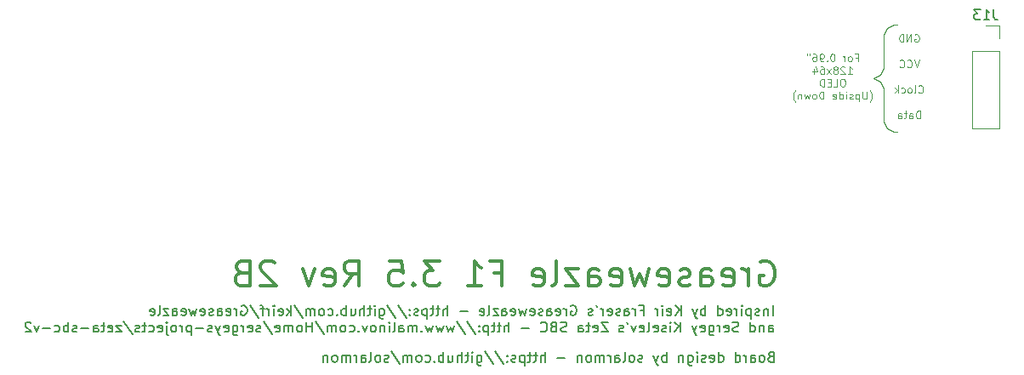
<source format=gbr>
G04 #@! TF.GenerationSoftware,KiCad,Pcbnew,(5.1.9)-1*
G04 #@! TF.CreationDate,2021-03-28T09:00:11+01:00*
G04 #@! TF.ProjectId,Greaseweazle F1 3.5 Inch Rev 2B,47726561-7365-4776-9561-7a6c65204631,2B*
G04 #@! TF.SameCoordinates,PX6312cb0PY6bcb370*
G04 #@! TF.FileFunction,Legend,Bot*
G04 #@! TF.FilePolarity,Positive*
%FSLAX46Y46*%
G04 Gerber Fmt 4.6, Leading zero omitted, Abs format (unit mm)*
G04 Created by KiCad (PCBNEW (5.1.9)-1) date 2021-03-28 09:00:11*
%MOMM*%
%LPD*%
G01*
G04 APERTURE LIST*
%ADD10C,0.125000*%
%ADD11C,0.304800*%
%ADD12C,0.150000*%
%ADD13C,0.120000*%
G04 APERTURE END LIST*
D10*
X102425428Y16885000D02*
X102496857Y16920715D01*
X102604000Y16920715D01*
X102711142Y16885000D01*
X102782571Y16813572D01*
X102818285Y16742143D01*
X102854000Y16599286D01*
X102854000Y16492143D01*
X102818285Y16349286D01*
X102782571Y16277858D01*
X102711142Y16206429D01*
X102604000Y16170715D01*
X102532571Y16170715D01*
X102425428Y16206429D01*
X102389714Y16242143D01*
X102389714Y16492143D01*
X102532571Y16492143D01*
X102068285Y16170715D02*
X102068285Y16920715D01*
X101639714Y16170715D01*
X101639714Y16920715D01*
X101282571Y16170715D02*
X101282571Y16920715D01*
X101104000Y16920715D01*
X100996857Y16885000D01*
X100925428Y16813572D01*
X100889714Y16742143D01*
X100854000Y16599286D01*
X100854000Y16492143D01*
X100889714Y16349286D01*
X100925428Y16277858D01*
X100996857Y16206429D01*
X101104000Y16170715D01*
X101282571Y16170715D01*
X102782571Y11162143D02*
X102818285Y11126429D01*
X102925428Y11090715D01*
X102996857Y11090715D01*
X103104000Y11126429D01*
X103175428Y11197858D01*
X103211142Y11269286D01*
X103246857Y11412143D01*
X103246857Y11519286D01*
X103211142Y11662143D01*
X103175428Y11733572D01*
X103104000Y11805000D01*
X102996857Y11840715D01*
X102925428Y11840715D01*
X102818285Y11805000D01*
X102782571Y11769286D01*
X102354000Y11090715D02*
X102425428Y11126429D01*
X102461142Y11197858D01*
X102461142Y11840715D01*
X101961142Y11090715D02*
X102032571Y11126429D01*
X102068285Y11162143D01*
X102104000Y11233572D01*
X102104000Y11447858D01*
X102068285Y11519286D01*
X102032571Y11555000D01*
X101961142Y11590715D01*
X101854000Y11590715D01*
X101782571Y11555000D01*
X101746857Y11519286D01*
X101711142Y11447858D01*
X101711142Y11233572D01*
X101746857Y11162143D01*
X101782571Y11126429D01*
X101854000Y11090715D01*
X101961142Y11090715D01*
X101068285Y11126429D02*
X101139714Y11090715D01*
X101282571Y11090715D01*
X101354000Y11126429D01*
X101389714Y11162143D01*
X101425428Y11233572D01*
X101425428Y11447858D01*
X101389714Y11519286D01*
X101354000Y11555000D01*
X101282571Y11590715D01*
X101139714Y11590715D01*
X101068285Y11555000D01*
X100746857Y11090715D02*
X100746857Y11840715D01*
X100675428Y11376429D02*
X100461142Y11090715D01*
X100461142Y11590715D02*
X100746857Y11305000D01*
X102943285Y8550715D02*
X102943285Y9300715D01*
X102764714Y9300715D01*
X102657571Y9265000D01*
X102586142Y9193572D01*
X102550428Y9122143D01*
X102514714Y8979286D01*
X102514714Y8872143D01*
X102550428Y8729286D01*
X102586142Y8657858D01*
X102657571Y8586429D01*
X102764714Y8550715D01*
X102943285Y8550715D01*
X101871857Y8550715D02*
X101871857Y8943572D01*
X101907571Y9015000D01*
X101979000Y9050715D01*
X102121857Y9050715D01*
X102193285Y9015000D01*
X101871857Y8586429D02*
X101943285Y8550715D01*
X102121857Y8550715D01*
X102193285Y8586429D01*
X102229000Y8657858D01*
X102229000Y8729286D01*
X102193285Y8800715D01*
X102121857Y8836429D01*
X101943285Y8836429D01*
X101871857Y8872143D01*
X101621857Y9050715D02*
X101336142Y9050715D01*
X101514714Y9300715D02*
X101514714Y8657858D01*
X101479000Y8586429D01*
X101407571Y8550715D01*
X101336142Y8550715D01*
X100764714Y8550715D02*
X100764714Y8943572D01*
X100800428Y9015000D01*
X100871857Y9050715D01*
X101014714Y9050715D01*
X101086142Y9015000D01*
X100764714Y8586429D02*
X100836142Y8550715D01*
X101014714Y8550715D01*
X101086142Y8586429D01*
X101121857Y8657858D01*
X101121857Y8729286D01*
X101086142Y8800715D01*
X101014714Y8836429D01*
X100836142Y8836429D01*
X100764714Y8872143D01*
X102854000Y14380715D02*
X102604000Y13630715D01*
X102354000Y14380715D01*
X101675428Y13702143D02*
X101711142Y13666429D01*
X101818285Y13630715D01*
X101889714Y13630715D01*
X101996857Y13666429D01*
X102068285Y13737858D01*
X102104000Y13809286D01*
X102139714Y13952143D01*
X102139714Y14059286D01*
X102104000Y14202143D01*
X102068285Y14273572D01*
X101996857Y14345000D01*
X101889714Y14380715D01*
X101818285Y14380715D01*
X101711142Y14345000D01*
X101675428Y14309286D01*
X100925428Y13702143D02*
X100961142Y13666429D01*
X101068285Y13630715D01*
X101139714Y13630715D01*
X101246857Y13666429D01*
X101318285Y13737858D01*
X101354000Y13809286D01*
X101389714Y13952143D01*
X101389714Y14059286D01*
X101354000Y14202143D01*
X101318285Y14273572D01*
X101246857Y14345000D01*
X101139714Y14380715D01*
X101068285Y14380715D01*
X100961142Y14345000D01*
X100925428Y14309286D01*
X96519714Y14628572D02*
X96769714Y14628572D01*
X96769714Y14235715D02*
X96769714Y14985715D01*
X96412571Y14985715D01*
X96019714Y14235715D02*
X96091142Y14271429D01*
X96126857Y14307143D01*
X96162571Y14378572D01*
X96162571Y14592858D01*
X96126857Y14664286D01*
X96091142Y14700000D01*
X96019714Y14735715D01*
X95912571Y14735715D01*
X95841142Y14700000D01*
X95805428Y14664286D01*
X95769714Y14592858D01*
X95769714Y14378572D01*
X95805428Y14307143D01*
X95841142Y14271429D01*
X95912571Y14235715D01*
X96019714Y14235715D01*
X95448285Y14235715D02*
X95448285Y14735715D01*
X95448285Y14592858D02*
X95412571Y14664286D01*
X95376857Y14700000D01*
X95305428Y14735715D01*
X95234000Y14735715D01*
X94269714Y14985715D02*
X94198285Y14985715D01*
X94126857Y14950000D01*
X94091142Y14914286D01*
X94055428Y14842858D01*
X94019714Y14700000D01*
X94019714Y14521429D01*
X94055428Y14378572D01*
X94091142Y14307143D01*
X94126857Y14271429D01*
X94198285Y14235715D01*
X94269714Y14235715D01*
X94341142Y14271429D01*
X94376857Y14307143D01*
X94412571Y14378572D01*
X94448285Y14521429D01*
X94448285Y14700000D01*
X94412571Y14842858D01*
X94376857Y14914286D01*
X94341142Y14950000D01*
X94269714Y14985715D01*
X93698285Y14307143D02*
X93662571Y14271429D01*
X93698285Y14235715D01*
X93734000Y14271429D01*
X93698285Y14307143D01*
X93698285Y14235715D01*
X93305428Y14235715D02*
X93162571Y14235715D01*
X93091142Y14271429D01*
X93055428Y14307143D01*
X92984000Y14414286D01*
X92948285Y14557143D01*
X92948285Y14842858D01*
X92984000Y14914286D01*
X93019714Y14950000D01*
X93091142Y14985715D01*
X93234000Y14985715D01*
X93305428Y14950000D01*
X93341142Y14914286D01*
X93376857Y14842858D01*
X93376857Y14664286D01*
X93341142Y14592858D01*
X93305428Y14557143D01*
X93234000Y14521429D01*
X93091142Y14521429D01*
X93019714Y14557143D01*
X92984000Y14592858D01*
X92948285Y14664286D01*
X92305428Y14985715D02*
X92448285Y14985715D01*
X92519714Y14950000D01*
X92555428Y14914286D01*
X92626857Y14807143D01*
X92662571Y14664286D01*
X92662571Y14378572D01*
X92626857Y14307143D01*
X92591142Y14271429D01*
X92519714Y14235715D01*
X92376857Y14235715D01*
X92305428Y14271429D01*
X92269714Y14307143D01*
X92234000Y14378572D01*
X92234000Y14557143D01*
X92269714Y14628572D01*
X92305428Y14664286D01*
X92376857Y14700000D01*
X92519714Y14700000D01*
X92591142Y14664286D01*
X92626857Y14628572D01*
X92662571Y14557143D01*
X91948285Y14985715D02*
X91948285Y14842858D01*
X91662571Y14985715D02*
X91662571Y14842858D01*
X95751857Y12985715D02*
X96180428Y12985715D01*
X95966142Y12985715D02*
X95966142Y13735715D01*
X96037571Y13628572D01*
X96109000Y13557143D01*
X96180428Y13521429D01*
X95466142Y13664286D02*
X95430428Y13700000D01*
X95359000Y13735715D01*
X95180428Y13735715D01*
X95109000Y13700000D01*
X95073285Y13664286D01*
X95037571Y13592858D01*
X95037571Y13521429D01*
X95073285Y13414286D01*
X95501857Y12985715D01*
X95037571Y12985715D01*
X94609000Y13414286D02*
X94680428Y13450000D01*
X94716142Y13485715D01*
X94751857Y13557143D01*
X94751857Y13592858D01*
X94716142Y13664286D01*
X94680428Y13700000D01*
X94609000Y13735715D01*
X94466142Y13735715D01*
X94394714Y13700000D01*
X94359000Y13664286D01*
X94323285Y13592858D01*
X94323285Y13557143D01*
X94359000Y13485715D01*
X94394714Y13450000D01*
X94466142Y13414286D01*
X94609000Y13414286D01*
X94680428Y13378572D01*
X94716142Y13342858D01*
X94751857Y13271429D01*
X94751857Y13128572D01*
X94716142Y13057143D01*
X94680428Y13021429D01*
X94609000Y12985715D01*
X94466142Y12985715D01*
X94394714Y13021429D01*
X94359000Y13057143D01*
X94323285Y13128572D01*
X94323285Y13271429D01*
X94359000Y13342858D01*
X94394714Y13378572D01*
X94466142Y13414286D01*
X94073285Y12985715D02*
X93680428Y13485715D01*
X94073285Y13485715D02*
X93680428Y12985715D01*
X93073285Y13735715D02*
X93216142Y13735715D01*
X93287571Y13700000D01*
X93323285Y13664286D01*
X93394714Y13557143D01*
X93430428Y13414286D01*
X93430428Y13128572D01*
X93394714Y13057143D01*
X93359000Y13021429D01*
X93287571Y12985715D01*
X93144714Y12985715D01*
X93073285Y13021429D01*
X93037571Y13057143D01*
X93001857Y13128572D01*
X93001857Y13307143D01*
X93037571Y13378572D01*
X93073285Y13414286D01*
X93144714Y13450000D01*
X93287571Y13450000D01*
X93359000Y13414286D01*
X93394714Y13378572D01*
X93430428Y13307143D01*
X92359000Y13485715D02*
X92359000Y12985715D01*
X92537571Y13771429D02*
X92716142Y13235715D01*
X92251857Y13235715D01*
X95323285Y12485715D02*
X95180428Y12485715D01*
X95109000Y12450000D01*
X95037571Y12378572D01*
X95001857Y12235715D01*
X95001857Y11985715D01*
X95037571Y11842858D01*
X95109000Y11771429D01*
X95180428Y11735715D01*
X95323285Y11735715D01*
X95394714Y11771429D01*
X95466142Y11842858D01*
X95501857Y11985715D01*
X95501857Y12235715D01*
X95466142Y12378572D01*
X95394714Y12450000D01*
X95323285Y12485715D01*
X94323285Y11735715D02*
X94680428Y11735715D01*
X94680428Y12485715D01*
X94073285Y12128572D02*
X93823285Y12128572D01*
X93716142Y11735715D02*
X94073285Y11735715D01*
X94073285Y12485715D01*
X93716142Y12485715D01*
X93394714Y11735715D02*
X93394714Y12485715D01*
X93216142Y12485715D01*
X93109000Y12450000D01*
X93037571Y12378572D01*
X93001857Y12307143D01*
X92966142Y12164286D01*
X92966142Y12057143D01*
X93001857Y11914286D01*
X93037571Y11842858D01*
X93109000Y11771429D01*
X93216142Y11735715D01*
X93394714Y11735715D01*
X97948285Y10200000D02*
X97984000Y10235715D01*
X98055428Y10342858D01*
X98091142Y10414286D01*
X98126857Y10521429D01*
X98162571Y10700000D01*
X98162571Y10842858D01*
X98126857Y11021429D01*
X98091142Y11128572D01*
X98055428Y11200000D01*
X97984000Y11307143D01*
X97948285Y11342858D01*
X97662571Y11235715D02*
X97662571Y10628572D01*
X97626857Y10557143D01*
X97591142Y10521429D01*
X97519714Y10485715D01*
X97376857Y10485715D01*
X97305428Y10521429D01*
X97269714Y10557143D01*
X97234000Y10628572D01*
X97234000Y11235715D01*
X96876857Y10985715D02*
X96876857Y10235715D01*
X96876857Y10950000D02*
X96805428Y10985715D01*
X96662571Y10985715D01*
X96591142Y10950000D01*
X96555428Y10914286D01*
X96519714Y10842858D01*
X96519714Y10628572D01*
X96555428Y10557143D01*
X96591142Y10521429D01*
X96662571Y10485715D01*
X96805428Y10485715D01*
X96876857Y10521429D01*
X96234000Y10521429D02*
X96162571Y10485715D01*
X96019714Y10485715D01*
X95948285Y10521429D01*
X95912571Y10592858D01*
X95912571Y10628572D01*
X95948285Y10700000D01*
X96019714Y10735715D01*
X96126857Y10735715D01*
X96198285Y10771429D01*
X96234000Y10842858D01*
X96234000Y10878572D01*
X96198285Y10950000D01*
X96126857Y10985715D01*
X96019714Y10985715D01*
X95948285Y10950000D01*
X95591142Y10485715D02*
X95591142Y10985715D01*
X95591142Y11235715D02*
X95626857Y11200000D01*
X95591142Y11164286D01*
X95555428Y11200000D01*
X95591142Y11235715D01*
X95591142Y11164286D01*
X94912571Y10485715D02*
X94912571Y11235715D01*
X94912571Y10521429D02*
X94984000Y10485715D01*
X95126857Y10485715D01*
X95198285Y10521429D01*
X95234000Y10557143D01*
X95269714Y10628572D01*
X95269714Y10842858D01*
X95234000Y10914286D01*
X95198285Y10950000D01*
X95126857Y10985715D01*
X94984000Y10985715D01*
X94912571Y10950000D01*
X94269714Y10521429D02*
X94341142Y10485715D01*
X94484000Y10485715D01*
X94555428Y10521429D01*
X94591142Y10592858D01*
X94591142Y10878572D01*
X94555428Y10950000D01*
X94484000Y10985715D01*
X94341142Y10985715D01*
X94269714Y10950000D01*
X94234000Y10878572D01*
X94234000Y10807143D01*
X94591142Y10735715D01*
X93341142Y10485715D02*
X93341142Y11235715D01*
X93162571Y11235715D01*
X93055428Y11200000D01*
X92984000Y11128572D01*
X92948285Y11057143D01*
X92912571Y10914286D01*
X92912571Y10807143D01*
X92948285Y10664286D01*
X92984000Y10592858D01*
X93055428Y10521429D01*
X93162571Y10485715D01*
X93341142Y10485715D01*
X92484000Y10485715D02*
X92555428Y10521429D01*
X92591142Y10557143D01*
X92626857Y10628572D01*
X92626857Y10842858D01*
X92591142Y10914286D01*
X92555428Y10950000D01*
X92484000Y10985715D01*
X92376857Y10985715D01*
X92305428Y10950000D01*
X92269714Y10914286D01*
X92234000Y10842858D01*
X92234000Y10628572D01*
X92269714Y10557143D01*
X92305428Y10521429D01*
X92376857Y10485715D01*
X92484000Y10485715D01*
X91984000Y10985715D02*
X91841142Y10485715D01*
X91698285Y10842858D01*
X91555428Y10485715D01*
X91412571Y10985715D01*
X91126857Y10985715D02*
X91126857Y10485715D01*
X91126857Y10914286D02*
X91091142Y10950000D01*
X91019714Y10985715D01*
X90912571Y10985715D01*
X90841142Y10950000D01*
X90805428Y10878572D01*
X90805428Y10485715D01*
X90519714Y10200000D02*
X90484000Y10235715D01*
X90412571Y10342858D01*
X90376857Y10414286D01*
X90341142Y10521429D01*
X90305428Y10700000D01*
X90305428Y10842858D01*
X90341142Y11021429D01*
X90376857Y11128572D01*
X90412571Y11200000D01*
X90484000Y11307143D01*
X90519714Y11342858D01*
X100647333Y17898334D02*
X100314000Y17898334D01*
X99647333Y17565000D01*
X99314000Y16898334D01*
X99314000Y13565000D01*
X98980666Y12898334D01*
X98314000Y12565000D01*
X98980666Y12231667D01*
X99314000Y11565000D01*
X99314000Y8231667D01*
X99647333Y7565000D01*
X100314000Y7231667D01*
X100647333Y7231667D01*
D11*
X87051118Y-5735000D02*
X87289213Y-5615952D01*
X87646356Y-5615952D01*
X88003499Y-5735000D01*
X88241594Y-5973095D01*
X88360641Y-6211190D01*
X88479689Y-6687380D01*
X88479689Y-7044523D01*
X88360641Y-7520714D01*
X88241594Y-7758809D01*
X88003499Y-7996904D01*
X87646356Y-8115952D01*
X87408260Y-8115952D01*
X87051118Y-7996904D01*
X86932070Y-7877857D01*
X86932070Y-7044523D01*
X87408260Y-7044523D01*
X85860641Y-8115952D02*
X85860641Y-6449285D01*
X85860641Y-6925476D02*
X85741594Y-6687380D01*
X85622546Y-6568333D01*
X85384451Y-6449285D01*
X85146356Y-6449285D01*
X83360641Y-7996904D02*
X83598737Y-8115952D01*
X84074927Y-8115952D01*
X84313022Y-7996904D01*
X84432070Y-7758809D01*
X84432070Y-6806428D01*
X84313022Y-6568333D01*
X84074927Y-6449285D01*
X83598737Y-6449285D01*
X83360641Y-6568333D01*
X83241594Y-6806428D01*
X83241594Y-7044523D01*
X84432070Y-7282619D01*
X81098737Y-8115952D02*
X81098737Y-6806428D01*
X81217784Y-6568333D01*
X81455880Y-6449285D01*
X81932070Y-6449285D01*
X82170165Y-6568333D01*
X81098737Y-7996904D02*
X81336832Y-8115952D01*
X81932070Y-8115952D01*
X82170165Y-7996904D01*
X82289213Y-7758809D01*
X82289213Y-7520714D01*
X82170165Y-7282619D01*
X81932070Y-7163571D01*
X81336832Y-7163571D01*
X81098737Y-7044523D01*
X80027308Y-7996904D02*
X79789213Y-8115952D01*
X79313022Y-8115952D01*
X79074927Y-7996904D01*
X78955880Y-7758809D01*
X78955880Y-7639761D01*
X79074927Y-7401666D01*
X79313022Y-7282619D01*
X79670165Y-7282619D01*
X79908260Y-7163571D01*
X80027308Y-6925476D01*
X80027308Y-6806428D01*
X79908260Y-6568333D01*
X79670165Y-6449285D01*
X79313022Y-6449285D01*
X79074927Y-6568333D01*
X76932070Y-7996904D02*
X77170165Y-8115952D01*
X77646356Y-8115952D01*
X77884451Y-7996904D01*
X78003499Y-7758809D01*
X78003499Y-6806428D01*
X77884451Y-6568333D01*
X77646356Y-6449285D01*
X77170165Y-6449285D01*
X76932070Y-6568333D01*
X76813022Y-6806428D01*
X76813022Y-7044523D01*
X78003499Y-7282619D01*
X75979689Y-6449285D02*
X75503499Y-8115952D01*
X75027308Y-6925476D01*
X74551118Y-8115952D01*
X74074927Y-6449285D01*
X72170165Y-7996904D02*
X72408260Y-8115952D01*
X72884451Y-8115952D01*
X73122546Y-7996904D01*
X73241594Y-7758809D01*
X73241594Y-6806428D01*
X73122546Y-6568333D01*
X72884451Y-6449285D01*
X72408260Y-6449285D01*
X72170165Y-6568333D01*
X72051118Y-6806428D01*
X72051118Y-7044523D01*
X73241594Y-7282619D01*
X69908260Y-8115952D02*
X69908260Y-6806428D01*
X70027308Y-6568333D01*
X70265403Y-6449285D01*
X70741594Y-6449285D01*
X70979689Y-6568333D01*
X69908260Y-7996904D02*
X70146356Y-8115952D01*
X70741594Y-8115952D01*
X70979689Y-7996904D01*
X71098737Y-7758809D01*
X71098737Y-7520714D01*
X70979689Y-7282619D01*
X70741594Y-7163571D01*
X70146356Y-7163571D01*
X69908260Y-7044523D01*
X68955880Y-6449285D02*
X67646356Y-6449285D01*
X68955880Y-8115952D01*
X67646356Y-8115952D01*
X66336832Y-8115952D02*
X66574927Y-7996904D01*
X66693975Y-7758809D01*
X66693975Y-5615952D01*
X64432070Y-7996904D02*
X64670165Y-8115952D01*
X65146356Y-8115952D01*
X65384451Y-7996904D01*
X65503499Y-7758809D01*
X65503499Y-6806428D01*
X65384451Y-6568333D01*
X65146356Y-6449285D01*
X64670165Y-6449285D01*
X64432070Y-6568333D01*
X64313022Y-6806428D01*
X64313022Y-7044523D01*
X65503499Y-7282619D01*
X60503499Y-6806428D02*
X61336832Y-6806428D01*
X61336832Y-8115952D02*
X61336832Y-5615952D01*
X60146356Y-5615952D01*
X57884451Y-8115952D02*
X59313022Y-8115952D01*
X58598737Y-8115952D02*
X58598737Y-5615952D01*
X58836832Y-5973095D01*
X59074927Y-6211190D01*
X59313022Y-6330238D01*
X55146356Y-5615952D02*
X53598737Y-5615952D01*
X54432070Y-6568333D01*
X54074927Y-6568333D01*
X53836832Y-6687380D01*
X53717784Y-6806428D01*
X53598737Y-7044523D01*
X53598737Y-7639761D01*
X53717784Y-7877857D01*
X53836832Y-7996904D01*
X54074927Y-8115952D01*
X54789213Y-8115952D01*
X55027308Y-7996904D01*
X55146356Y-7877857D01*
X52527308Y-7877857D02*
X52408260Y-7996904D01*
X52527308Y-8115952D01*
X52646356Y-7996904D01*
X52527308Y-7877857D01*
X52527308Y-8115952D01*
X50146356Y-5615952D02*
X51336832Y-5615952D01*
X51455880Y-6806428D01*
X51336832Y-6687380D01*
X51098737Y-6568333D01*
X50503499Y-6568333D01*
X50265403Y-6687380D01*
X50146356Y-6806428D01*
X50027308Y-7044523D01*
X50027308Y-7639761D01*
X50146356Y-7877857D01*
X50265403Y-7996904D01*
X50503499Y-8115952D01*
X51098737Y-8115952D01*
X51336832Y-7996904D01*
X51455880Y-7877857D01*
X45622546Y-8115952D02*
X46455880Y-6925476D01*
X47051118Y-8115952D02*
X47051118Y-5615952D01*
X46098737Y-5615952D01*
X45860641Y-5735000D01*
X45741594Y-5854047D01*
X45622546Y-6092142D01*
X45622546Y-6449285D01*
X45741594Y-6687380D01*
X45860641Y-6806428D01*
X46098737Y-6925476D01*
X47051118Y-6925476D01*
X43598737Y-7996904D02*
X43836832Y-8115952D01*
X44313022Y-8115952D01*
X44551118Y-7996904D01*
X44670165Y-7758809D01*
X44670165Y-6806428D01*
X44551118Y-6568333D01*
X44313022Y-6449285D01*
X43836832Y-6449285D01*
X43598737Y-6568333D01*
X43479689Y-6806428D01*
X43479689Y-7044523D01*
X44670165Y-7282619D01*
X42646356Y-6449285D02*
X42051118Y-8115952D01*
X41455880Y-6449285D01*
X38717784Y-5854047D02*
X38598737Y-5735000D01*
X38360641Y-5615952D01*
X37765403Y-5615952D01*
X37527308Y-5735000D01*
X37408260Y-5854047D01*
X37289213Y-6092142D01*
X37289213Y-6330238D01*
X37408260Y-6687380D01*
X38836832Y-8115952D01*
X37289213Y-8115952D01*
X35384451Y-6806428D02*
X35027308Y-6925476D01*
X34908260Y-7044523D01*
X34789213Y-7282619D01*
X34789213Y-7639761D01*
X34908260Y-7877857D01*
X35027308Y-7996904D01*
X35265403Y-8115952D01*
X36217784Y-8115952D01*
X36217784Y-5615952D01*
X35384451Y-5615952D01*
X35146356Y-5735000D01*
X35027308Y-5854047D01*
X34908260Y-6092142D01*
X34908260Y-6330238D01*
X35027308Y-6568333D01*
X35146356Y-6687380D01*
X35384451Y-6806428D01*
X36217784Y-6806428D01*
D12*
X88285004Y-11057380D02*
X88285004Y-10057380D01*
X87808814Y-10390714D02*
X87808814Y-11057380D01*
X87808814Y-10485952D02*
X87761195Y-10438333D01*
X87665957Y-10390714D01*
X87523100Y-10390714D01*
X87427861Y-10438333D01*
X87380242Y-10533571D01*
X87380242Y-11057380D01*
X86951671Y-11009761D02*
X86856433Y-11057380D01*
X86665957Y-11057380D01*
X86570719Y-11009761D01*
X86523100Y-10914523D01*
X86523100Y-10866904D01*
X86570719Y-10771666D01*
X86665957Y-10724047D01*
X86808814Y-10724047D01*
X86904052Y-10676428D01*
X86951671Y-10581190D01*
X86951671Y-10533571D01*
X86904052Y-10438333D01*
X86808814Y-10390714D01*
X86665957Y-10390714D01*
X86570719Y-10438333D01*
X86094528Y-10390714D02*
X86094528Y-11390714D01*
X86094528Y-10438333D02*
X85999290Y-10390714D01*
X85808814Y-10390714D01*
X85713576Y-10438333D01*
X85665957Y-10485952D01*
X85618338Y-10581190D01*
X85618338Y-10866904D01*
X85665957Y-10962142D01*
X85713576Y-11009761D01*
X85808814Y-11057380D01*
X85999290Y-11057380D01*
X86094528Y-11009761D01*
X85189766Y-11057380D02*
X85189766Y-10390714D01*
X85189766Y-10057380D02*
X85237385Y-10105000D01*
X85189766Y-10152619D01*
X85142147Y-10105000D01*
X85189766Y-10057380D01*
X85189766Y-10152619D01*
X84713576Y-11057380D02*
X84713576Y-10390714D01*
X84713576Y-10581190D02*
X84665957Y-10485952D01*
X84618338Y-10438333D01*
X84523100Y-10390714D01*
X84427861Y-10390714D01*
X83713576Y-11009761D02*
X83808814Y-11057380D01*
X83999290Y-11057380D01*
X84094528Y-11009761D01*
X84142147Y-10914523D01*
X84142147Y-10533571D01*
X84094528Y-10438333D01*
X83999290Y-10390714D01*
X83808814Y-10390714D01*
X83713576Y-10438333D01*
X83665957Y-10533571D01*
X83665957Y-10628809D01*
X84142147Y-10724047D01*
X82808814Y-11057380D02*
X82808814Y-10057380D01*
X82808814Y-11009761D02*
X82904052Y-11057380D01*
X83094528Y-11057380D01*
X83189766Y-11009761D01*
X83237385Y-10962142D01*
X83285004Y-10866904D01*
X83285004Y-10581190D01*
X83237385Y-10485952D01*
X83189766Y-10438333D01*
X83094528Y-10390714D01*
X82904052Y-10390714D01*
X82808814Y-10438333D01*
X81570719Y-11057380D02*
X81570719Y-10057380D01*
X81570719Y-10438333D02*
X81475480Y-10390714D01*
X81285004Y-10390714D01*
X81189766Y-10438333D01*
X81142147Y-10485952D01*
X81094528Y-10581190D01*
X81094528Y-10866904D01*
X81142147Y-10962142D01*
X81189766Y-11009761D01*
X81285004Y-11057380D01*
X81475480Y-11057380D01*
X81570719Y-11009761D01*
X80761195Y-10390714D02*
X80523100Y-11057380D01*
X80285004Y-10390714D02*
X80523100Y-11057380D01*
X80618338Y-11295476D01*
X80665957Y-11343095D01*
X80761195Y-11390714D01*
X79142147Y-11057380D02*
X79142147Y-10057380D01*
X78570719Y-11057380D02*
X78999290Y-10485952D01*
X78570719Y-10057380D02*
X79142147Y-10628809D01*
X77761195Y-11009761D02*
X77856433Y-11057380D01*
X78046909Y-11057380D01*
X78142147Y-11009761D01*
X78189766Y-10914523D01*
X78189766Y-10533571D01*
X78142147Y-10438333D01*
X78046909Y-10390714D01*
X77856433Y-10390714D01*
X77761195Y-10438333D01*
X77713576Y-10533571D01*
X77713576Y-10628809D01*
X78189766Y-10724047D01*
X77285004Y-11057380D02*
X77285004Y-10390714D01*
X77285004Y-10057380D02*
X77332623Y-10105000D01*
X77285004Y-10152619D01*
X77237385Y-10105000D01*
X77285004Y-10057380D01*
X77285004Y-10152619D01*
X76808814Y-11057380D02*
X76808814Y-10390714D01*
X76808814Y-10581190D02*
X76761195Y-10485952D01*
X76713576Y-10438333D01*
X76618338Y-10390714D01*
X76523100Y-10390714D01*
X75094528Y-10533571D02*
X75427861Y-10533571D01*
X75427861Y-11057380D02*
X75427861Y-10057380D01*
X74951671Y-10057380D01*
X74570719Y-11057380D02*
X74570719Y-10390714D01*
X74570719Y-10581190D02*
X74523100Y-10485952D01*
X74475480Y-10438333D01*
X74380242Y-10390714D01*
X74285004Y-10390714D01*
X73523100Y-11057380D02*
X73523100Y-10533571D01*
X73570719Y-10438333D01*
X73665957Y-10390714D01*
X73856433Y-10390714D01*
X73951671Y-10438333D01*
X73523100Y-11009761D02*
X73618338Y-11057380D01*
X73856433Y-11057380D01*
X73951671Y-11009761D01*
X73999290Y-10914523D01*
X73999290Y-10819285D01*
X73951671Y-10724047D01*
X73856433Y-10676428D01*
X73618338Y-10676428D01*
X73523100Y-10628809D01*
X73094528Y-11009761D02*
X72999290Y-11057380D01*
X72808814Y-11057380D01*
X72713576Y-11009761D01*
X72665957Y-10914523D01*
X72665957Y-10866904D01*
X72713576Y-10771666D01*
X72808814Y-10724047D01*
X72951671Y-10724047D01*
X73046909Y-10676428D01*
X73094528Y-10581190D01*
X73094528Y-10533571D01*
X73046909Y-10438333D01*
X72951671Y-10390714D01*
X72808814Y-10390714D01*
X72713576Y-10438333D01*
X71856433Y-11009761D02*
X71951671Y-11057380D01*
X72142147Y-11057380D01*
X72237385Y-11009761D01*
X72285004Y-10914523D01*
X72285004Y-10533571D01*
X72237385Y-10438333D01*
X72142147Y-10390714D01*
X71951671Y-10390714D01*
X71856433Y-10438333D01*
X71808814Y-10533571D01*
X71808814Y-10628809D01*
X72285004Y-10724047D01*
X71380242Y-11057380D02*
X71380242Y-10390714D01*
X71380242Y-10581190D02*
X71332623Y-10485952D01*
X71285004Y-10438333D01*
X71189766Y-10390714D01*
X71094528Y-10390714D01*
X70713576Y-10057380D02*
X70808814Y-10247857D01*
X70332623Y-11009761D02*
X70237385Y-11057380D01*
X70046909Y-11057380D01*
X69951671Y-11009761D01*
X69904052Y-10914523D01*
X69904052Y-10866904D01*
X69951671Y-10771666D01*
X70046909Y-10724047D01*
X70189766Y-10724047D01*
X70285004Y-10676428D01*
X70332623Y-10581190D01*
X70332623Y-10533571D01*
X70285004Y-10438333D01*
X70189766Y-10390714D01*
X70046909Y-10390714D01*
X69951671Y-10438333D01*
X68189766Y-10105000D02*
X68285004Y-10057380D01*
X68427861Y-10057380D01*
X68570719Y-10105000D01*
X68665957Y-10200238D01*
X68713576Y-10295476D01*
X68761195Y-10485952D01*
X68761195Y-10628809D01*
X68713576Y-10819285D01*
X68665957Y-10914523D01*
X68570719Y-11009761D01*
X68427861Y-11057380D01*
X68332623Y-11057380D01*
X68189766Y-11009761D01*
X68142147Y-10962142D01*
X68142147Y-10628809D01*
X68332623Y-10628809D01*
X67713576Y-11057380D02*
X67713576Y-10390714D01*
X67713576Y-10581190D02*
X67665957Y-10485952D01*
X67618338Y-10438333D01*
X67523100Y-10390714D01*
X67427861Y-10390714D01*
X66713576Y-11009761D02*
X66808814Y-11057380D01*
X66999290Y-11057380D01*
X67094528Y-11009761D01*
X67142147Y-10914523D01*
X67142147Y-10533571D01*
X67094528Y-10438333D01*
X66999290Y-10390714D01*
X66808814Y-10390714D01*
X66713576Y-10438333D01*
X66665957Y-10533571D01*
X66665957Y-10628809D01*
X67142147Y-10724047D01*
X65808814Y-11057380D02*
X65808814Y-10533571D01*
X65856433Y-10438333D01*
X65951671Y-10390714D01*
X66142147Y-10390714D01*
X66237385Y-10438333D01*
X65808814Y-11009761D02*
X65904052Y-11057380D01*
X66142147Y-11057380D01*
X66237385Y-11009761D01*
X66285004Y-10914523D01*
X66285004Y-10819285D01*
X66237385Y-10724047D01*
X66142147Y-10676428D01*
X65904052Y-10676428D01*
X65808814Y-10628809D01*
X65380242Y-11009761D02*
X65285004Y-11057380D01*
X65094528Y-11057380D01*
X64999290Y-11009761D01*
X64951671Y-10914523D01*
X64951671Y-10866904D01*
X64999290Y-10771666D01*
X65094528Y-10724047D01*
X65237385Y-10724047D01*
X65332623Y-10676428D01*
X65380242Y-10581190D01*
X65380242Y-10533571D01*
X65332623Y-10438333D01*
X65237385Y-10390714D01*
X65094528Y-10390714D01*
X64999290Y-10438333D01*
X64142147Y-11009761D02*
X64237385Y-11057380D01*
X64427861Y-11057380D01*
X64523100Y-11009761D01*
X64570719Y-10914523D01*
X64570719Y-10533571D01*
X64523100Y-10438333D01*
X64427861Y-10390714D01*
X64237385Y-10390714D01*
X64142147Y-10438333D01*
X64094528Y-10533571D01*
X64094528Y-10628809D01*
X64570719Y-10724047D01*
X63761195Y-10390714D02*
X63570719Y-11057380D01*
X63380242Y-10581190D01*
X63189766Y-11057380D01*
X62999290Y-10390714D01*
X62237385Y-11009761D02*
X62332623Y-11057380D01*
X62523100Y-11057380D01*
X62618338Y-11009761D01*
X62665957Y-10914523D01*
X62665957Y-10533571D01*
X62618338Y-10438333D01*
X62523100Y-10390714D01*
X62332623Y-10390714D01*
X62237385Y-10438333D01*
X62189766Y-10533571D01*
X62189766Y-10628809D01*
X62665957Y-10724047D01*
X61332623Y-11057380D02*
X61332623Y-10533571D01*
X61380242Y-10438333D01*
X61475480Y-10390714D01*
X61665957Y-10390714D01*
X61761195Y-10438333D01*
X61332623Y-11009761D02*
X61427861Y-11057380D01*
X61665957Y-11057380D01*
X61761195Y-11009761D01*
X61808814Y-10914523D01*
X61808814Y-10819285D01*
X61761195Y-10724047D01*
X61665957Y-10676428D01*
X61427861Y-10676428D01*
X61332623Y-10628809D01*
X60951671Y-10390714D02*
X60427861Y-10390714D01*
X60951671Y-11057380D01*
X60427861Y-11057380D01*
X59904052Y-11057380D02*
X59999290Y-11009761D01*
X60046909Y-10914523D01*
X60046909Y-10057380D01*
X59142147Y-11009761D02*
X59237385Y-11057380D01*
X59427861Y-11057380D01*
X59523100Y-11009761D01*
X59570719Y-10914523D01*
X59570719Y-10533571D01*
X59523100Y-10438333D01*
X59427861Y-10390714D01*
X59237385Y-10390714D01*
X59142147Y-10438333D01*
X59094528Y-10533571D01*
X59094528Y-10628809D01*
X59570719Y-10724047D01*
X57904052Y-10676428D02*
X57142147Y-10676428D01*
X55904052Y-11057380D02*
X55904052Y-10057380D01*
X55475480Y-11057380D02*
X55475480Y-10533571D01*
X55523100Y-10438333D01*
X55618338Y-10390714D01*
X55761195Y-10390714D01*
X55856433Y-10438333D01*
X55904052Y-10485952D01*
X55142147Y-10390714D02*
X54761195Y-10390714D01*
X54999290Y-10057380D02*
X54999290Y-10914523D01*
X54951671Y-11009761D01*
X54856433Y-11057380D01*
X54761195Y-11057380D01*
X54570719Y-10390714D02*
X54189766Y-10390714D01*
X54427861Y-10057380D02*
X54427861Y-10914523D01*
X54380242Y-11009761D01*
X54285004Y-11057380D01*
X54189766Y-11057380D01*
X53856433Y-10390714D02*
X53856433Y-11390714D01*
X53856433Y-10438333D02*
X53761195Y-10390714D01*
X53570719Y-10390714D01*
X53475480Y-10438333D01*
X53427861Y-10485952D01*
X53380242Y-10581190D01*
X53380242Y-10866904D01*
X53427861Y-10962142D01*
X53475480Y-11009761D01*
X53570719Y-11057380D01*
X53761195Y-11057380D01*
X53856433Y-11009761D01*
X52999290Y-11009761D02*
X52904052Y-11057380D01*
X52713576Y-11057380D01*
X52618338Y-11009761D01*
X52570719Y-10914523D01*
X52570719Y-10866904D01*
X52618338Y-10771666D01*
X52713576Y-10724047D01*
X52856433Y-10724047D01*
X52951671Y-10676428D01*
X52999290Y-10581190D01*
X52999290Y-10533571D01*
X52951671Y-10438333D01*
X52856433Y-10390714D01*
X52713576Y-10390714D01*
X52618338Y-10438333D01*
X52142147Y-10962142D02*
X52094528Y-11009761D01*
X52142147Y-11057380D01*
X52189766Y-11009761D01*
X52142147Y-10962142D01*
X52142147Y-11057380D01*
X52142147Y-10438333D02*
X52094528Y-10485952D01*
X52142147Y-10533571D01*
X52189766Y-10485952D01*
X52142147Y-10438333D01*
X52142147Y-10533571D01*
X50951671Y-10009761D02*
X51808814Y-11295476D01*
X49904052Y-10009761D02*
X50761195Y-11295476D01*
X49142147Y-10390714D02*
X49142147Y-11200238D01*
X49189766Y-11295476D01*
X49237385Y-11343095D01*
X49332623Y-11390714D01*
X49475480Y-11390714D01*
X49570719Y-11343095D01*
X49142147Y-11009761D02*
X49237385Y-11057380D01*
X49427861Y-11057380D01*
X49523100Y-11009761D01*
X49570719Y-10962142D01*
X49618338Y-10866904D01*
X49618338Y-10581190D01*
X49570719Y-10485952D01*
X49523100Y-10438333D01*
X49427861Y-10390714D01*
X49237385Y-10390714D01*
X49142147Y-10438333D01*
X48665957Y-11057380D02*
X48665957Y-10390714D01*
X48665957Y-10057380D02*
X48713576Y-10105000D01*
X48665957Y-10152619D01*
X48618338Y-10105000D01*
X48665957Y-10057380D01*
X48665957Y-10152619D01*
X48332623Y-10390714D02*
X47951671Y-10390714D01*
X48189766Y-10057380D02*
X48189766Y-10914523D01*
X48142147Y-11009761D01*
X48046909Y-11057380D01*
X47951671Y-11057380D01*
X47618338Y-11057380D02*
X47618338Y-10057380D01*
X47189766Y-11057380D02*
X47189766Y-10533571D01*
X47237385Y-10438333D01*
X47332623Y-10390714D01*
X47475480Y-10390714D01*
X47570719Y-10438333D01*
X47618338Y-10485952D01*
X46285004Y-10390714D02*
X46285004Y-11057380D01*
X46713576Y-10390714D02*
X46713576Y-10914523D01*
X46665957Y-11009761D01*
X46570719Y-11057380D01*
X46427861Y-11057380D01*
X46332623Y-11009761D01*
X46285004Y-10962142D01*
X45808814Y-11057380D02*
X45808814Y-10057380D01*
X45808814Y-10438333D02*
X45713576Y-10390714D01*
X45523100Y-10390714D01*
X45427861Y-10438333D01*
X45380242Y-10485952D01*
X45332623Y-10581190D01*
X45332623Y-10866904D01*
X45380242Y-10962142D01*
X45427861Y-11009761D01*
X45523100Y-11057380D01*
X45713576Y-11057380D01*
X45808814Y-11009761D01*
X44904052Y-10962142D02*
X44856433Y-11009761D01*
X44904052Y-11057380D01*
X44951671Y-11009761D01*
X44904052Y-10962142D01*
X44904052Y-11057380D01*
X43999290Y-11009761D02*
X44094528Y-11057380D01*
X44285004Y-11057380D01*
X44380242Y-11009761D01*
X44427861Y-10962142D01*
X44475480Y-10866904D01*
X44475480Y-10581190D01*
X44427861Y-10485952D01*
X44380242Y-10438333D01*
X44285004Y-10390714D01*
X44094528Y-10390714D01*
X43999290Y-10438333D01*
X43427861Y-11057380D02*
X43523100Y-11009761D01*
X43570719Y-10962142D01*
X43618338Y-10866904D01*
X43618338Y-10581190D01*
X43570719Y-10485952D01*
X43523100Y-10438333D01*
X43427861Y-10390714D01*
X43285004Y-10390714D01*
X43189766Y-10438333D01*
X43142147Y-10485952D01*
X43094528Y-10581190D01*
X43094528Y-10866904D01*
X43142147Y-10962142D01*
X43189766Y-11009761D01*
X43285004Y-11057380D01*
X43427861Y-11057380D01*
X42665957Y-11057380D02*
X42665957Y-10390714D01*
X42665957Y-10485952D02*
X42618338Y-10438333D01*
X42523100Y-10390714D01*
X42380242Y-10390714D01*
X42285004Y-10438333D01*
X42237385Y-10533571D01*
X42237385Y-11057380D01*
X42237385Y-10533571D02*
X42189766Y-10438333D01*
X42094528Y-10390714D01*
X41951671Y-10390714D01*
X41856433Y-10438333D01*
X41808814Y-10533571D01*
X41808814Y-11057380D01*
X40618338Y-10009761D02*
X41475480Y-11295476D01*
X40285004Y-11057380D02*
X40285004Y-10057380D01*
X40189766Y-10676428D02*
X39904052Y-11057380D01*
X39904052Y-10390714D02*
X40285004Y-10771666D01*
X39094528Y-11009761D02*
X39189766Y-11057380D01*
X39380242Y-11057380D01*
X39475480Y-11009761D01*
X39523100Y-10914523D01*
X39523100Y-10533571D01*
X39475480Y-10438333D01*
X39380242Y-10390714D01*
X39189766Y-10390714D01*
X39094528Y-10438333D01*
X39046909Y-10533571D01*
X39046909Y-10628809D01*
X39523100Y-10724047D01*
X38618338Y-11057380D02*
X38618338Y-10390714D01*
X38618338Y-10057380D02*
X38665957Y-10105000D01*
X38618338Y-10152619D01*
X38570719Y-10105000D01*
X38618338Y-10057380D01*
X38618338Y-10152619D01*
X38142147Y-11057380D02*
X38142147Y-10390714D01*
X38142147Y-10581190D02*
X38094528Y-10485952D01*
X38046909Y-10438333D01*
X37951671Y-10390714D01*
X37856433Y-10390714D01*
X37665957Y-10390714D02*
X37285004Y-10390714D01*
X37523100Y-11057380D02*
X37523100Y-10200238D01*
X37475480Y-10105000D01*
X37380242Y-10057380D01*
X37285004Y-10057380D01*
X36237385Y-10009761D02*
X37094528Y-11295476D01*
X35380242Y-10105000D02*
X35475480Y-10057380D01*
X35618338Y-10057380D01*
X35761195Y-10105000D01*
X35856433Y-10200238D01*
X35904052Y-10295476D01*
X35951671Y-10485952D01*
X35951671Y-10628809D01*
X35904052Y-10819285D01*
X35856433Y-10914523D01*
X35761195Y-11009761D01*
X35618338Y-11057380D01*
X35523100Y-11057380D01*
X35380242Y-11009761D01*
X35332623Y-10962142D01*
X35332623Y-10628809D01*
X35523100Y-10628809D01*
X34904052Y-11057380D02*
X34904052Y-10390714D01*
X34904052Y-10581190D02*
X34856433Y-10485952D01*
X34808814Y-10438333D01*
X34713576Y-10390714D01*
X34618338Y-10390714D01*
X33904052Y-11009761D02*
X33999290Y-11057380D01*
X34189766Y-11057380D01*
X34285004Y-11009761D01*
X34332623Y-10914523D01*
X34332623Y-10533571D01*
X34285004Y-10438333D01*
X34189766Y-10390714D01*
X33999290Y-10390714D01*
X33904052Y-10438333D01*
X33856433Y-10533571D01*
X33856433Y-10628809D01*
X34332623Y-10724047D01*
X32999290Y-11057380D02*
X32999290Y-10533571D01*
X33046909Y-10438333D01*
X33142147Y-10390714D01*
X33332623Y-10390714D01*
X33427861Y-10438333D01*
X32999290Y-11009761D02*
X33094528Y-11057380D01*
X33332623Y-11057380D01*
X33427861Y-11009761D01*
X33475480Y-10914523D01*
X33475480Y-10819285D01*
X33427861Y-10724047D01*
X33332623Y-10676428D01*
X33094528Y-10676428D01*
X32999290Y-10628809D01*
X32570719Y-11009761D02*
X32475480Y-11057380D01*
X32285004Y-11057380D01*
X32189766Y-11009761D01*
X32142147Y-10914523D01*
X32142147Y-10866904D01*
X32189766Y-10771666D01*
X32285004Y-10724047D01*
X32427861Y-10724047D01*
X32523100Y-10676428D01*
X32570719Y-10581190D01*
X32570719Y-10533571D01*
X32523100Y-10438333D01*
X32427861Y-10390714D01*
X32285004Y-10390714D01*
X32189766Y-10438333D01*
X31332623Y-11009761D02*
X31427861Y-11057380D01*
X31618338Y-11057380D01*
X31713576Y-11009761D01*
X31761195Y-10914523D01*
X31761195Y-10533571D01*
X31713576Y-10438333D01*
X31618338Y-10390714D01*
X31427861Y-10390714D01*
X31332623Y-10438333D01*
X31285004Y-10533571D01*
X31285004Y-10628809D01*
X31761195Y-10724047D01*
X30951671Y-10390714D02*
X30761195Y-11057380D01*
X30570719Y-10581190D01*
X30380242Y-11057380D01*
X30189766Y-10390714D01*
X29427861Y-11009761D02*
X29523100Y-11057380D01*
X29713576Y-11057380D01*
X29808814Y-11009761D01*
X29856433Y-10914523D01*
X29856433Y-10533571D01*
X29808814Y-10438333D01*
X29713576Y-10390714D01*
X29523100Y-10390714D01*
X29427861Y-10438333D01*
X29380242Y-10533571D01*
X29380242Y-10628809D01*
X29856433Y-10724047D01*
X28523100Y-11057380D02*
X28523100Y-10533571D01*
X28570719Y-10438333D01*
X28665957Y-10390714D01*
X28856433Y-10390714D01*
X28951671Y-10438333D01*
X28523100Y-11009761D02*
X28618338Y-11057380D01*
X28856433Y-11057380D01*
X28951671Y-11009761D01*
X28999290Y-10914523D01*
X28999290Y-10819285D01*
X28951671Y-10724047D01*
X28856433Y-10676428D01*
X28618338Y-10676428D01*
X28523100Y-10628809D01*
X28142147Y-10390714D02*
X27618338Y-10390714D01*
X28142147Y-11057380D01*
X27618338Y-11057380D01*
X27094528Y-11057380D02*
X27189766Y-11009761D01*
X27237385Y-10914523D01*
X27237385Y-10057380D01*
X26332623Y-11009761D02*
X26427861Y-11057380D01*
X26618338Y-11057380D01*
X26713576Y-11009761D01*
X26761195Y-10914523D01*
X26761195Y-10533571D01*
X26713576Y-10438333D01*
X26618338Y-10390714D01*
X26427861Y-10390714D01*
X26332623Y-10438333D01*
X26285004Y-10533571D01*
X26285004Y-10628809D01*
X26761195Y-10724047D01*
X87856433Y-12707380D02*
X87856433Y-12183571D01*
X87904052Y-12088333D01*
X87999290Y-12040714D01*
X88189766Y-12040714D01*
X88285004Y-12088333D01*
X87856433Y-12659761D02*
X87951671Y-12707380D01*
X88189766Y-12707380D01*
X88285004Y-12659761D01*
X88332623Y-12564523D01*
X88332623Y-12469285D01*
X88285004Y-12374047D01*
X88189766Y-12326428D01*
X87951671Y-12326428D01*
X87856433Y-12278809D01*
X87380242Y-12040714D02*
X87380242Y-12707380D01*
X87380242Y-12135952D02*
X87332623Y-12088333D01*
X87237385Y-12040714D01*
X87094528Y-12040714D01*
X86999290Y-12088333D01*
X86951671Y-12183571D01*
X86951671Y-12707380D01*
X86046909Y-12707380D02*
X86046909Y-11707380D01*
X86046909Y-12659761D02*
X86142147Y-12707380D01*
X86332623Y-12707380D01*
X86427861Y-12659761D01*
X86475480Y-12612142D01*
X86523100Y-12516904D01*
X86523100Y-12231190D01*
X86475480Y-12135952D01*
X86427861Y-12088333D01*
X86332623Y-12040714D01*
X86142147Y-12040714D01*
X86046909Y-12088333D01*
X84856433Y-12659761D02*
X84713576Y-12707380D01*
X84475480Y-12707380D01*
X84380242Y-12659761D01*
X84332623Y-12612142D01*
X84285004Y-12516904D01*
X84285004Y-12421666D01*
X84332623Y-12326428D01*
X84380242Y-12278809D01*
X84475480Y-12231190D01*
X84665957Y-12183571D01*
X84761195Y-12135952D01*
X84808814Y-12088333D01*
X84856433Y-11993095D01*
X84856433Y-11897857D01*
X84808814Y-11802619D01*
X84761195Y-11755000D01*
X84665957Y-11707380D01*
X84427861Y-11707380D01*
X84285004Y-11755000D01*
X83475480Y-12659761D02*
X83570719Y-12707380D01*
X83761195Y-12707380D01*
X83856433Y-12659761D01*
X83904052Y-12564523D01*
X83904052Y-12183571D01*
X83856433Y-12088333D01*
X83761195Y-12040714D01*
X83570719Y-12040714D01*
X83475480Y-12088333D01*
X83427861Y-12183571D01*
X83427861Y-12278809D01*
X83904052Y-12374047D01*
X82999290Y-12707380D02*
X82999290Y-12040714D01*
X82999290Y-12231190D02*
X82951671Y-12135952D01*
X82904052Y-12088333D01*
X82808814Y-12040714D01*
X82713576Y-12040714D01*
X81951671Y-12040714D02*
X81951671Y-12850238D01*
X81999290Y-12945476D01*
X82046909Y-12993095D01*
X82142147Y-13040714D01*
X82285004Y-13040714D01*
X82380242Y-12993095D01*
X81951671Y-12659761D02*
X82046909Y-12707380D01*
X82237385Y-12707380D01*
X82332623Y-12659761D01*
X82380242Y-12612142D01*
X82427861Y-12516904D01*
X82427861Y-12231190D01*
X82380242Y-12135952D01*
X82332623Y-12088333D01*
X82237385Y-12040714D01*
X82046909Y-12040714D01*
X81951671Y-12088333D01*
X81094528Y-12659761D02*
X81189766Y-12707380D01*
X81380242Y-12707380D01*
X81475480Y-12659761D01*
X81523100Y-12564523D01*
X81523100Y-12183571D01*
X81475480Y-12088333D01*
X81380242Y-12040714D01*
X81189766Y-12040714D01*
X81094528Y-12088333D01*
X81046909Y-12183571D01*
X81046909Y-12278809D01*
X81523100Y-12374047D01*
X80713576Y-12040714D02*
X80475480Y-12707380D01*
X80237385Y-12040714D02*
X80475480Y-12707380D01*
X80570719Y-12945476D01*
X80618338Y-12993095D01*
X80713576Y-13040714D01*
X79094528Y-12707380D02*
X79094528Y-11707380D01*
X78523100Y-12707380D02*
X78951671Y-12135952D01*
X78523100Y-11707380D02*
X79094528Y-12278809D01*
X78094528Y-12707380D02*
X78094528Y-12040714D01*
X78094528Y-11707380D02*
X78142147Y-11755000D01*
X78094528Y-11802619D01*
X78046909Y-11755000D01*
X78094528Y-11707380D01*
X78094528Y-11802619D01*
X77665957Y-12659761D02*
X77570719Y-12707380D01*
X77380242Y-12707380D01*
X77285004Y-12659761D01*
X77237385Y-12564523D01*
X77237385Y-12516904D01*
X77285004Y-12421666D01*
X77380242Y-12374047D01*
X77523100Y-12374047D01*
X77618338Y-12326428D01*
X77665957Y-12231190D01*
X77665957Y-12183571D01*
X77618338Y-12088333D01*
X77523100Y-12040714D01*
X77380242Y-12040714D01*
X77285004Y-12088333D01*
X76427861Y-12659761D02*
X76523100Y-12707380D01*
X76713576Y-12707380D01*
X76808814Y-12659761D01*
X76856433Y-12564523D01*
X76856433Y-12183571D01*
X76808814Y-12088333D01*
X76713576Y-12040714D01*
X76523100Y-12040714D01*
X76427861Y-12088333D01*
X76380242Y-12183571D01*
X76380242Y-12278809D01*
X76856433Y-12374047D01*
X75808814Y-12707380D02*
X75904052Y-12659761D01*
X75951671Y-12564523D01*
X75951671Y-11707380D01*
X75046909Y-12659761D02*
X75142147Y-12707380D01*
X75332623Y-12707380D01*
X75427861Y-12659761D01*
X75475480Y-12564523D01*
X75475480Y-12183571D01*
X75427861Y-12088333D01*
X75332623Y-12040714D01*
X75142147Y-12040714D01*
X75046909Y-12088333D01*
X74999290Y-12183571D01*
X74999290Y-12278809D01*
X75475480Y-12374047D01*
X74665957Y-12040714D02*
X74427861Y-12707380D01*
X74189766Y-12040714D01*
X73761195Y-11707380D02*
X73856433Y-11897857D01*
X73380242Y-12659761D02*
X73285004Y-12707380D01*
X73094528Y-12707380D01*
X72999290Y-12659761D01*
X72951671Y-12564523D01*
X72951671Y-12516904D01*
X72999290Y-12421666D01*
X73094528Y-12374047D01*
X73237385Y-12374047D01*
X73332623Y-12326428D01*
X73380242Y-12231190D01*
X73380242Y-12183571D01*
X73332623Y-12088333D01*
X73237385Y-12040714D01*
X73094528Y-12040714D01*
X72999290Y-12088333D01*
X71856433Y-11707380D02*
X71189766Y-11707380D01*
X71856433Y-12707380D01*
X71189766Y-12707380D01*
X70427861Y-12659761D02*
X70523100Y-12707380D01*
X70713576Y-12707380D01*
X70808814Y-12659761D01*
X70856433Y-12564523D01*
X70856433Y-12183571D01*
X70808814Y-12088333D01*
X70713576Y-12040714D01*
X70523100Y-12040714D01*
X70427861Y-12088333D01*
X70380242Y-12183571D01*
X70380242Y-12278809D01*
X70856433Y-12374047D01*
X70094528Y-12040714D02*
X69713576Y-12040714D01*
X69951671Y-11707380D02*
X69951671Y-12564523D01*
X69904052Y-12659761D01*
X69808814Y-12707380D01*
X69713576Y-12707380D01*
X68951671Y-12707380D02*
X68951671Y-12183571D01*
X68999290Y-12088333D01*
X69094528Y-12040714D01*
X69285004Y-12040714D01*
X69380242Y-12088333D01*
X68951671Y-12659761D02*
X69046909Y-12707380D01*
X69285004Y-12707380D01*
X69380242Y-12659761D01*
X69427861Y-12564523D01*
X69427861Y-12469285D01*
X69380242Y-12374047D01*
X69285004Y-12326428D01*
X69046909Y-12326428D01*
X68951671Y-12278809D01*
X67761195Y-12659761D02*
X67618338Y-12707380D01*
X67380242Y-12707380D01*
X67285004Y-12659761D01*
X67237385Y-12612142D01*
X67189766Y-12516904D01*
X67189766Y-12421666D01*
X67237385Y-12326428D01*
X67285004Y-12278809D01*
X67380242Y-12231190D01*
X67570719Y-12183571D01*
X67665957Y-12135952D01*
X67713576Y-12088333D01*
X67761195Y-11993095D01*
X67761195Y-11897857D01*
X67713576Y-11802619D01*
X67665957Y-11755000D01*
X67570719Y-11707380D01*
X67332623Y-11707380D01*
X67189766Y-11755000D01*
X66427861Y-12183571D02*
X66285004Y-12231190D01*
X66237385Y-12278809D01*
X66189766Y-12374047D01*
X66189766Y-12516904D01*
X66237385Y-12612142D01*
X66285004Y-12659761D01*
X66380242Y-12707380D01*
X66761195Y-12707380D01*
X66761195Y-11707380D01*
X66427861Y-11707380D01*
X66332623Y-11755000D01*
X66285004Y-11802619D01*
X66237385Y-11897857D01*
X66237385Y-11993095D01*
X66285004Y-12088333D01*
X66332623Y-12135952D01*
X66427861Y-12183571D01*
X66761195Y-12183571D01*
X65189766Y-12612142D02*
X65237385Y-12659761D01*
X65380242Y-12707380D01*
X65475480Y-12707380D01*
X65618338Y-12659761D01*
X65713576Y-12564523D01*
X65761195Y-12469285D01*
X65808814Y-12278809D01*
X65808814Y-12135952D01*
X65761195Y-11945476D01*
X65713576Y-11850238D01*
X65618338Y-11755000D01*
X65475480Y-11707380D01*
X65380242Y-11707380D01*
X65237385Y-11755000D01*
X65189766Y-11802619D01*
X63999290Y-12326428D02*
X63237385Y-12326428D01*
X61999290Y-12707380D02*
X61999290Y-11707380D01*
X61570719Y-12707380D02*
X61570719Y-12183571D01*
X61618338Y-12088333D01*
X61713576Y-12040714D01*
X61856433Y-12040714D01*
X61951671Y-12088333D01*
X61999290Y-12135952D01*
X61237385Y-12040714D02*
X60856433Y-12040714D01*
X61094528Y-11707380D02*
X61094528Y-12564523D01*
X61046909Y-12659761D01*
X60951671Y-12707380D01*
X60856433Y-12707380D01*
X60665957Y-12040714D02*
X60285004Y-12040714D01*
X60523100Y-11707380D02*
X60523100Y-12564523D01*
X60475480Y-12659761D01*
X60380242Y-12707380D01*
X60285004Y-12707380D01*
X59951671Y-12040714D02*
X59951671Y-13040714D01*
X59951671Y-12088333D02*
X59856433Y-12040714D01*
X59665957Y-12040714D01*
X59570719Y-12088333D01*
X59523100Y-12135952D01*
X59475480Y-12231190D01*
X59475480Y-12516904D01*
X59523100Y-12612142D01*
X59570719Y-12659761D01*
X59665957Y-12707380D01*
X59856433Y-12707380D01*
X59951671Y-12659761D01*
X59046909Y-12612142D02*
X58999290Y-12659761D01*
X59046909Y-12707380D01*
X59094528Y-12659761D01*
X59046909Y-12612142D01*
X59046909Y-12707380D01*
X59046909Y-12088333D02*
X58999290Y-12135952D01*
X59046909Y-12183571D01*
X59094528Y-12135952D01*
X59046909Y-12088333D01*
X59046909Y-12183571D01*
X57856433Y-11659761D02*
X58713576Y-12945476D01*
X56808814Y-11659761D02*
X57665957Y-12945476D01*
X56570719Y-12040714D02*
X56380242Y-12707380D01*
X56189766Y-12231190D01*
X55999290Y-12707380D01*
X55808814Y-12040714D01*
X55523100Y-12040714D02*
X55332623Y-12707380D01*
X55142147Y-12231190D01*
X54951671Y-12707380D01*
X54761195Y-12040714D01*
X54475480Y-12040714D02*
X54285004Y-12707380D01*
X54094528Y-12231190D01*
X53904052Y-12707380D01*
X53713576Y-12040714D01*
X53332623Y-12612142D02*
X53285004Y-12659761D01*
X53332623Y-12707380D01*
X53380242Y-12659761D01*
X53332623Y-12612142D01*
X53332623Y-12707380D01*
X52856433Y-12707380D02*
X52856433Y-12040714D01*
X52856433Y-12135952D02*
X52808814Y-12088333D01*
X52713576Y-12040714D01*
X52570719Y-12040714D01*
X52475480Y-12088333D01*
X52427861Y-12183571D01*
X52427861Y-12707380D01*
X52427861Y-12183571D02*
X52380242Y-12088333D01*
X52285004Y-12040714D01*
X52142147Y-12040714D01*
X52046909Y-12088333D01*
X51999290Y-12183571D01*
X51999290Y-12707380D01*
X51094528Y-12707380D02*
X51094528Y-12183571D01*
X51142147Y-12088333D01*
X51237385Y-12040714D01*
X51427861Y-12040714D01*
X51523100Y-12088333D01*
X51094528Y-12659761D02*
X51189766Y-12707380D01*
X51427861Y-12707380D01*
X51523100Y-12659761D01*
X51570719Y-12564523D01*
X51570719Y-12469285D01*
X51523100Y-12374047D01*
X51427861Y-12326428D01*
X51189766Y-12326428D01*
X51094528Y-12278809D01*
X50475480Y-12707380D02*
X50570719Y-12659761D01*
X50618338Y-12564523D01*
X50618338Y-11707380D01*
X50094528Y-12707380D02*
X50094528Y-12040714D01*
X50094528Y-11707380D02*
X50142147Y-11755000D01*
X50094528Y-11802619D01*
X50046909Y-11755000D01*
X50094528Y-11707380D01*
X50094528Y-11802619D01*
X49618338Y-12040714D02*
X49618338Y-12707380D01*
X49618338Y-12135952D02*
X49570719Y-12088333D01*
X49475480Y-12040714D01*
X49332623Y-12040714D01*
X49237385Y-12088333D01*
X49189766Y-12183571D01*
X49189766Y-12707380D01*
X48570719Y-12707380D02*
X48665957Y-12659761D01*
X48713576Y-12612142D01*
X48761195Y-12516904D01*
X48761195Y-12231190D01*
X48713576Y-12135952D01*
X48665957Y-12088333D01*
X48570719Y-12040714D01*
X48427861Y-12040714D01*
X48332623Y-12088333D01*
X48285004Y-12135952D01*
X48237385Y-12231190D01*
X48237385Y-12516904D01*
X48285004Y-12612142D01*
X48332623Y-12659761D01*
X48427861Y-12707380D01*
X48570719Y-12707380D01*
X47904052Y-12040714D02*
X47665957Y-12707380D01*
X47427861Y-12040714D01*
X47046909Y-12612142D02*
X46999290Y-12659761D01*
X47046909Y-12707380D01*
X47094528Y-12659761D01*
X47046909Y-12612142D01*
X47046909Y-12707380D01*
X46142147Y-12659761D02*
X46237385Y-12707380D01*
X46427861Y-12707380D01*
X46523100Y-12659761D01*
X46570719Y-12612142D01*
X46618338Y-12516904D01*
X46618338Y-12231190D01*
X46570719Y-12135952D01*
X46523100Y-12088333D01*
X46427861Y-12040714D01*
X46237385Y-12040714D01*
X46142147Y-12088333D01*
X45570719Y-12707380D02*
X45665957Y-12659761D01*
X45713576Y-12612142D01*
X45761195Y-12516904D01*
X45761195Y-12231190D01*
X45713576Y-12135952D01*
X45665957Y-12088333D01*
X45570719Y-12040714D01*
X45427861Y-12040714D01*
X45332623Y-12088333D01*
X45285004Y-12135952D01*
X45237385Y-12231190D01*
X45237385Y-12516904D01*
X45285004Y-12612142D01*
X45332623Y-12659761D01*
X45427861Y-12707380D01*
X45570719Y-12707380D01*
X44808814Y-12707380D02*
X44808814Y-12040714D01*
X44808814Y-12135952D02*
X44761195Y-12088333D01*
X44665957Y-12040714D01*
X44523100Y-12040714D01*
X44427861Y-12088333D01*
X44380242Y-12183571D01*
X44380242Y-12707380D01*
X44380242Y-12183571D02*
X44332623Y-12088333D01*
X44237385Y-12040714D01*
X44094528Y-12040714D01*
X43999290Y-12088333D01*
X43951671Y-12183571D01*
X43951671Y-12707380D01*
X42761195Y-11659761D02*
X43618338Y-12945476D01*
X42427861Y-12707380D02*
X42427861Y-11707380D01*
X42427861Y-12183571D02*
X41856433Y-12183571D01*
X41856433Y-12707380D02*
X41856433Y-11707380D01*
X41237385Y-12707380D02*
X41332623Y-12659761D01*
X41380242Y-12612142D01*
X41427861Y-12516904D01*
X41427861Y-12231190D01*
X41380242Y-12135952D01*
X41332623Y-12088333D01*
X41237385Y-12040714D01*
X41094528Y-12040714D01*
X40999290Y-12088333D01*
X40951671Y-12135952D01*
X40904052Y-12231190D01*
X40904052Y-12516904D01*
X40951671Y-12612142D01*
X40999290Y-12659761D01*
X41094528Y-12707380D01*
X41237385Y-12707380D01*
X40475480Y-12707380D02*
X40475480Y-12040714D01*
X40475480Y-12135952D02*
X40427861Y-12088333D01*
X40332623Y-12040714D01*
X40189766Y-12040714D01*
X40094528Y-12088333D01*
X40046909Y-12183571D01*
X40046909Y-12707380D01*
X40046909Y-12183571D02*
X39999290Y-12088333D01*
X39904052Y-12040714D01*
X39761195Y-12040714D01*
X39665957Y-12088333D01*
X39618338Y-12183571D01*
X39618338Y-12707380D01*
X38761195Y-12659761D02*
X38856433Y-12707380D01*
X39046909Y-12707380D01*
X39142147Y-12659761D01*
X39189766Y-12564523D01*
X39189766Y-12183571D01*
X39142147Y-12088333D01*
X39046909Y-12040714D01*
X38856433Y-12040714D01*
X38761195Y-12088333D01*
X38713576Y-12183571D01*
X38713576Y-12278809D01*
X39189766Y-12374047D01*
X37570719Y-11659761D02*
X38427861Y-12945476D01*
X37285004Y-12659761D02*
X37189766Y-12707380D01*
X36999290Y-12707380D01*
X36904052Y-12659761D01*
X36856433Y-12564523D01*
X36856433Y-12516904D01*
X36904052Y-12421666D01*
X36999290Y-12374047D01*
X37142147Y-12374047D01*
X37237385Y-12326428D01*
X37285004Y-12231190D01*
X37285004Y-12183571D01*
X37237385Y-12088333D01*
X37142147Y-12040714D01*
X36999290Y-12040714D01*
X36904052Y-12088333D01*
X36046909Y-12659761D02*
X36142147Y-12707380D01*
X36332623Y-12707380D01*
X36427861Y-12659761D01*
X36475480Y-12564523D01*
X36475480Y-12183571D01*
X36427861Y-12088333D01*
X36332623Y-12040714D01*
X36142147Y-12040714D01*
X36046909Y-12088333D01*
X35999290Y-12183571D01*
X35999290Y-12278809D01*
X36475480Y-12374047D01*
X35570719Y-12707380D02*
X35570719Y-12040714D01*
X35570719Y-12231190D02*
X35523100Y-12135952D01*
X35475480Y-12088333D01*
X35380242Y-12040714D01*
X35285004Y-12040714D01*
X34523100Y-12040714D02*
X34523100Y-12850238D01*
X34570719Y-12945476D01*
X34618338Y-12993095D01*
X34713576Y-13040714D01*
X34856433Y-13040714D01*
X34951671Y-12993095D01*
X34523100Y-12659761D02*
X34618338Y-12707380D01*
X34808814Y-12707380D01*
X34904052Y-12659761D01*
X34951671Y-12612142D01*
X34999290Y-12516904D01*
X34999290Y-12231190D01*
X34951671Y-12135952D01*
X34904052Y-12088333D01*
X34808814Y-12040714D01*
X34618338Y-12040714D01*
X34523100Y-12088333D01*
X33665957Y-12659761D02*
X33761195Y-12707380D01*
X33951671Y-12707380D01*
X34046909Y-12659761D01*
X34094528Y-12564523D01*
X34094528Y-12183571D01*
X34046909Y-12088333D01*
X33951671Y-12040714D01*
X33761195Y-12040714D01*
X33665957Y-12088333D01*
X33618338Y-12183571D01*
X33618338Y-12278809D01*
X34094528Y-12374047D01*
X33285004Y-12040714D02*
X33046909Y-12707380D01*
X32808814Y-12040714D02*
X33046909Y-12707380D01*
X33142147Y-12945476D01*
X33189766Y-12993095D01*
X33285004Y-13040714D01*
X32475480Y-12659761D02*
X32380242Y-12707380D01*
X32189766Y-12707380D01*
X32094528Y-12659761D01*
X32046909Y-12564523D01*
X32046909Y-12516904D01*
X32094528Y-12421666D01*
X32189766Y-12374047D01*
X32332623Y-12374047D01*
X32427861Y-12326428D01*
X32475480Y-12231190D01*
X32475480Y-12183571D01*
X32427861Y-12088333D01*
X32332623Y-12040714D01*
X32189766Y-12040714D01*
X32094528Y-12088333D01*
X31618338Y-12326428D02*
X30856433Y-12326428D01*
X30380242Y-12040714D02*
X30380242Y-13040714D01*
X30380242Y-12088333D02*
X30285004Y-12040714D01*
X30094528Y-12040714D01*
X29999290Y-12088333D01*
X29951671Y-12135952D01*
X29904052Y-12231190D01*
X29904052Y-12516904D01*
X29951671Y-12612142D01*
X29999290Y-12659761D01*
X30094528Y-12707380D01*
X30285004Y-12707380D01*
X30380242Y-12659761D01*
X29475480Y-12707380D02*
X29475480Y-12040714D01*
X29475480Y-12231190D02*
X29427861Y-12135952D01*
X29380242Y-12088333D01*
X29285004Y-12040714D01*
X29189766Y-12040714D01*
X28713576Y-12707380D02*
X28808814Y-12659761D01*
X28856433Y-12612142D01*
X28904052Y-12516904D01*
X28904052Y-12231190D01*
X28856433Y-12135952D01*
X28808814Y-12088333D01*
X28713576Y-12040714D01*
X28570719Y-12040714D01*
X28475480Y-12088333D01*
X28427861Y-12135952D01*
X28380242Y-12231190D01*
X28380242Y-12516904D01*
X28427861Y-12612142D01*
X28475480Y-12659761D01*
X28570719Y-12707380D01*
X28713576Y-12707380D01*
X27951671Y-12040714D02*
X27951671Y-12897857D01*
X27999290Y-12993095D01*
X28094528Y-13040714D01*
X28142147Y-13040714D01*
X27951671Y-11707380D02*
X27999290Y-11755000D01*
X27951671Y-11802619D01*
X27904052Y-11755000D01*
X27951671Y-11707380D01*
X27951671Y-11802619D01*
X27094528Y-12659761D02*
X27189766Y-12707380D01*
X27380242Y-12707380D01*
X27475480Y-12659761D01*
X27523100Y-12564523D01*
X27523100Y-12183571D01*
X27475480Y-12088333D01*
X27380242Y-12040714D01*
X27189766Y-12040714D01*
X27094528Y-12088333D01*
X27046909Y-12183571D01*
X27046909Y-12278809D01*
X27523100Y-12374047D01*
X26189766Y-12659761D02*
X26285004Y-12707380D01*
X26475480Y-12707380D01*
X26570719Y-12659761D01*
X26618338Y-12612142D01*
X26665957Y-12516904D01*
X26665957Y-12231190D01*
X26618338Y-12135952D01*
X26570719Y-12088333D01*
X26475480Y-12040714D01*
X26285004Y-12040714D01*
X26189766Y-12088333D01*
X25904052Y-12040714D02*
X25523100Y-12040714D01*
X25761195Y-11707380D02*
X25761195Y-12564523D01*
X25713576Y-12659761D01*
X25618338Y-12707380D01*
X25523100Y-12707380D01*
X25237385Y-12659761D02*
X25142147Y-12707380D01*
X24951671Y-12707380D01*
X24856433Y-12659761D01*
X24808814Y-12564523D01*
X24808814Y-12516904D01*
X24856433Y-12421666D01*
X24951671Y-12374047D01*
X25094528Y-12374047D01*
X25189766Y-12326428D01*
X25237385Y-12231190D01*
X25237385Y-12183571D01*
X25189766Y-12088333D01*
X25094528Y-12040714D01*
X24951671Y-12040714D01*
X24856433Y-12088333D01*
X23665957Y-11659761D02*
X24523100Y-12945476D01*
X23427861Y-12040714D02*
X22904052Y-12040714D01*
X23427861Y-12707380D01*
X22904052Y-12707380D01*
X22142147Y-12659761D02*
X22237385Y-12707380D01*
X22427861Y-12707380D01*
X22523100Y-12659761D01*
X22570719Y-12564523D01*
X22570719Y-12183571D01*
X22523100Y-12088333D01*
X22427861Y-12040714D01*
X22237385Y-12040714D01*
X22142147Y-12088333D01*
X22094528Y-12183571D01*
X22094528Y-12278809D01*
X22570719Y-12374047D01*
X21808814Y-12040714D02*
X21427861Y-12040714D01*
X21665957Y-11707380D02*
X21665957Y-12564523D01*
X21618338Y-12659761D01*
X21523100Y-12707380D01*
X21427861Y-12707380D01*
X20665957Y-12707380D02*
X20665957Y-12183571D01*
X20713576Y-12088333D01*
X20808814Y-12040714D01*
X20999290Y-12040714D01*
X21094528Y-12088333D01*
X20665957Y-12659761D02*
X20761195Y-12707380D01*
X20999290Y-12707380D01*
X21094528Y-12659761D01*
X21142147Y-12564523D01*
X21142147Y-12469285D01*
X21094528Y-12374047D01*
X20999290Y-12326428D01*
X20761195Y-12326428D01*
X20665957Y-12278809D01*
X20189766Y-12326428D02*
X19427861Y-12326428D01*
X18999290Y-12659761D02*
X18904052Y-12707380D01*
X18713576Y-12707380D01*
X18618338Y-12659761D01*
X18570719Y-12564523D01*
X18570719Y-12516904D01*
X18618338Y-12421666D01*
X18713576Y-12374047D01*
X18856433Y-12374047D01*
X18951671Y-12326428D01*
X18999290Y-12231190D01*
X18999290Y-12183571D01*
X18951671Y-12088333D01*
X18856433Y-12040714D01*
X18713576Y-12040714D01*
X18618338Y-12088333D01*
X18142147Y-12707380D02*
X18142147Y-11707380D01*
X18142147Y-12088333D02*
X18046909Y-12040714D01*
X17856433Y-12040714D01*
X17761195Y-12088333D01*
X17713576Y-12135952D01*
X17665957Y-12231190D01*
X17665957Y-12516904D01*
X17713576Y-12612142D01*
X17761195Y-12659761D01*
X17856433Y-12707380D01*
X18046909Y-12707380D01*
X18142147Y-12659761D01*
X16808814Y-12659761D02*
X16904052Y-12707380D01*
X17094528Y-12707380D01*
X17189766Y-12659761D01*
X17237385Y-12612142D01*
X17285004Y-12516904D01*
X17285004Y-12231190D01*
X17237385Y-12135952D01*
X17189766Y-12088333D01*
X17094528Y-12040714D01*
X16904052Y-12040714D01*
X16808814Y-12088333D01*
X16380242Y-12326428D02*
X15618338Y-12326428D01*
X15237385Y-12040714D02*
X14999290Y-12707380D01*
X14761195Y-12040714D01*
X14427861Y-11802619D02*
X14380242Y-11755000D01*
X14285004Y-11707380D01*
X14046909Y-11707380D01*
X13951671Y-11755000D01*
X13904052Y-11802619D01*
X13856433Y-11897857D01*
X13856433Y-11993095D01*
X13904052Y-12135952D01*
X14475480Y-12707380D01*
X13856433Y-12707380D01*
X88078671Y-15168571D02*
X87935814Y-15216190D01*
X87888195Y-15263809D01*
X87840576Y-15359047D01*
X87840576Y-15501904D01*
X87888195Y-15597142D01*
X87935814Y-15644761D01*
X88031052Y-15692380D01*
X88412004Y-15692380D01*
X88412004Y-14692380D01*
X88078671Y-14692380D01*
X87983433Y-14740000D01*
X87935814Y-14787619D01*
X87888195Y-14882857D01*
X87888195Y-14978095D01*
X87935814Y-15073333D01*
X87983433Y-15120952D01*
X88078671Y-15168571D01*
X88412004Y-15168571D01*
X87269147Y-15692380D02*
X87364385Y-15644761D01*
X87412004Y-15597142D01*
X87459623Y-15501904D01*
X87459623Y-15216190D01*
X87412004Y-15120952D01*
X87364385Y-15073333D01*
X87269147Y-15025714D01*
X87126290Y-15025714D01*
X87031052Y-15073333D01*
X86983433Y-15120952D01*
X86935814Y-15216190D01*
X86935814Y-15501904D01*
X86983433Y-15597142D01*
X87031052Y-15644761D01*
X87126290Y-15692380D01*
X87269147Y-15692380D01*
X86078671Y-15692380D02*
X86078671Y-15168571D01*
X86126290Y-15073333D01*
X86221528Y-15025714D01*
X86412004Y-15025714D01*
X86507242Y-15073333D01*
X86078671Y-15644761D02*
X86173909Y-15692380D01*
X86412004Y-15692380D01*
X86507242Y-15644761D01*
X86554861Y-15549523D01*
X86554861Y-15454285D01*
X86507242Y-15359047D01*
X86412004Y-15311428D01*
X86173909Y-15311428D01*
X86078671Y-15263809D01*
X85602480Y-15692380D02*
X85602480Y-15025714D01*
X85602480Y-15216190D02*
X85554861Y-15120952D01*
X85507242Y-15073333D01*
X85412004Y-15025714D01*
X85316766Y-15025714D01*
X84554861Y-15692380D02*
X84554861Y-14692380D01*
X84554861Y-15644761D02*
X84650100Y-15692380D01*
X84840576Y-15692380D01*
X84935814Y-15644761D01*
X84983433Y-15597142D01*
X85031052Y-15501904D01*
X85031052Y-15216190D01*
X84983433Y-15120952D01*
X84935814Y-15073333D01*
X84840576Y-15025714D01*
X84650100Y-15025714D01*
X84554861Y-15073333D01*
X82888195Y-15692380D02*
X82888195Y-14692380D01*
X82888195Y-15644761D02*
X82983433Y-15692380D01*
X83173909Y-15692380D01*
X83269147Y-15644761D01*
X83316766Y-15597142D01*
X83364385Y-15501904D01*
X83364385Y-15216190D01*
X83316766Y-15120952D01*
X83269147Y-15073333D01*
X83173909Y-15025714D01*
X82983433Y-15025714D01*
X82888195Y-15073333D01*
X82031052Y-15644761D02*
X82126290Y-15692380D01*
X82316766Y-15692380D01*
X82412004Y-15644761D01*
X82459623Y-15549523D01*
X82459623Y-15168571D01*
X82412004Y-15073333D01*
X82316766Y-15025714D01*
X82126290Y-15025714D01*
X82031052Y-15073333D01*
X81983433Y-15168571D01*
X81983433Y-15263809D01*
X82459623Y-15359047D01*
X81602480Y-15644761D02*
X81507242Y-15692380D01*
X81316766Y-15692380D01*
X81221528Y-15644761D01*
X81173909Y-15549523D01*
X81173909Y-15501904D01*
X81221528Y-15406666D01*
X81316766Y-15359047D01*
X81459623Y-15359047D01*
X81554861Y-15311428D01*
X81602480Y-15216190D01*
X81602480Y-15168571D01*
X81554861Y-15073333D01*
X81459623Y-15025714D01*
X81316766Y-15025714D01*
X81221528Y-15073333D01*
X80745338Y-15692380D02*
X80745338Y-15025714D01*
X80745338Y-14692380D02*
X80792957Y-14740000D01*
X80745338Y-14787619D01*
X80697719Y-14740000D01*
X80745338Y-14692380D01*
X80745338Y-14787619D01*
X79840576Y-15025714D02*
X79840576Y-15835238D01*
X79888195Y-15930476D01*
X79935814Y-15978095D01*
X80031052Y-16025714D01*
X80173909Y-16025714D01*
X80269147Y-15978095D01*
X79840576Y-15644761D02*
X79935814Y-15692380D01*
X80126290Y-15692380D01*
X80221528Y-15644761D01*
X80269147Y-15597142D01*
X80316766Y-15501904D01*
X80316766Y-15216190D01*
X80269147Y-15120952D01*
X80221528Y-15073333D01*
X80126290Y-15025714D01*
X79935814Y-15025714D01*
X79840576Y-15073333D01*
X79364385Y-15025714D02*
X79364385Y-15692380D01*
X79364385Y-15120952D02*
X79316766Y-15073333D01*
X79221528Y-15025714D01*
X79078671Y-15025714D01*
X78983433Y-15073333D01*
X78935814Y-15168571D01*
X78935814Y-15692380D01*
X77697719Y-15692380D02*
X77697719Y-14692380D01*
X77697719Y-15073333D02*
X77602480Y-15025714D01*
X77412004Y-15025714D01*
X77316766Y-15073333D01*
X77269147Y-15120952D01*
X77221528Y-15216190D01*
X77221528Y-15501904D01*
X77269147Y-15597142D01*
X77316766Y-15644761D01*
X77412004Y-15692380D01*
X77602480Y-15692380D01*
X77697719Y-15644761D01*
X76888195Y-15025714D02*
X76650100Y-15692380D01*
X76412004Y-15025714D02*
X76650100Y-15692380D01*
X76745338Y-15930476D01*
X76792957Y-15978095D01*
X76888195Y-16025714D01*
X75316766Y-15644761D02*
X75221528Y-15692380D01*
X75031052Y-15692380D01*
X74935814Y-15644761D01*
X74888195Y-15549523D01*
X74888195Y-15501904D01*
X74935814Y-15406666D01*
X75031052Y-15359047D01*
X75173909Y-15359047D01*
X75269147Y-15311428D01*
X75316766Y-15216190D01*
X75316766Y-15168571D01*
X75269147Y-15073333D01*
X75173909Y-15025714D01*
X75031052Y-15025714D01*
X74935814Y-15073333D01*
X74316766Y-15692380D02*
X74412004Y-15644761D01*
X74459623Y-15597142D01*
X74507242Y-15501904D01*
X74507242Y-15216190D01*
X74459623Y-15120952D01*
X74412004Y-15073333D01*
X74316766Y-15025714D01*
X74173909Y-15025714D01*
X74078671Y-15073333D01*
X74031052Y-15120952D01*
X73983433Y-15216190D01*
X73983433Y-15501904D01*
X74031052Y-15597142D01*
X74078671Y-15644761D01*
X74173909Y-15692380D01*
X74316766Y-15692380D01*
X73412004Y-15692380D02*
X73507242Y-15644761D01*
X73554861Y-15549523D01*
X73554861Y-14692380D01*
X72602480Y-15692380D02*
X72602480Y-15168571D01*
X72650100Y-15073333D01*
X72745338Y-15025714D01*
X72935814Y-15025714D01*
X73031052Y-15073333D01*
X72602480Y-15644761D02*
X72697719Y-15692380D01*
X72935814Y-15692380D01*
X73031052Y-15644761D01*
X73078671Y-15549523D01*
X73078671Y-15454285D01*
X73031052Y-15359047D01*
X72935814Y-15311428D01*
X72697719Y-15311428D01*
X72602480Y-15263809D01*
X72126290Y-15692380D02*
X72126290Y-15025714D01*
X72126290Y-15216190D02*
X72078671Y-15120952D01*
X72031052Y-15073333D01*
X71935814Y-15025714D01*
X71840576Y-15025714D01*
X71507242Y-15692380D02*
X71507242Y-15025714D01*
X71507242Y-15120952D02*
X71459623Y-15073333D01*
X71364385Y-15025714D01*
X71221528Y-15025714D01*
X71126290Y-15073333D01*
X71078671Y-15168571D01*
X71078671Y-15692380D01*
X71078671Y-15168571D02*
X71031052Y-15073333D01*
X70935814Y-15025714D01*
X70792957Y-15025714D01*
X70697719Y-15073333D01*
X70650100Y-15168571D01*
X70650100Y-15692380D01*
X70031052Y-15692380D02*
X70126290Y-15644761D01*
X70173909Y-15597142D01*
X70221528Y-15501904D01*
X70221528Y-15216190D01*
X70173909Y-15120952D01*
X70126290Y-15073333D01*
X70031052Y-15025714D01*
X69888195Y-15025714D01*
X69792957Y-15073333D01*
X69745338Y-15120952D01*
X69697719Y-15216190D01*
X69697719Y-15501904D01*
X69745338Y-15597142D01*
X69792957Y-15644761D01*
X69888195Y-15692380D01*
X70031052Y-15692380D01*
X69269147Y-15025714D02*
X69269147Y-15692380D01*
X69269147Y-15120952D02*
X69221528Y-15073333D01*
X69126290Y-15025714D01*
X68983433Y-15025714D01*
X68888195Y-15073333D01*
X68840576Y-15168571D01*
X68840576Y-15692380D01*
X67602480Y-15311428D02*
X66840576Y-15311428D01*
X65602480Y-15692380D02*
X65602480Y-14692380D01*
X65173909Y-15692380D02*
X65173909Y-15168571D01*
X65221528Y-15073333D01*
X65316766Y-15025714D01*
X65459623Y-15025714D01*
X65554861Y-15073333D01*
X65602480Y-15120952D01*
X64840576Y-15025714D02*
X64459623Y-15025714D01*
X64697719Y-14692380D02*
X64697719Y-15549523D01*
X64650100Y-15644761D01*
X64554861Y-15692380D01*
X64459623Y-15692380D01*
X64269147Y-15025714D02*
X63888195Y-15025714D01*
X64126290Y-14692380D02*
X64126290Y-15549523D01*
X64078671Y-15644761D01*
X63983433Y-15692380D01*
X63888195Y-15692380D01*
X63554861Y-15025714D02*
X63554861Y-16025714D01*
X63554861Y-15073333D02*
X63459623Y-15025714D01*
X63269147Y-15025714D01*
X63173909Y-15073333D01*
X63126290Y-15120952D01*
X63078671Y-15216190D01*
X63078671Y-15501904D01*
X63126290Y-15597142D01*
X63173909Y-15644761D01*
X63269147Y-15692380D01*
X63459623Y-15692380D01*
X63554861Y-15644761D01*
X62697719Y-15644761D02*
X62602480Y-15692380D01*
X62412004Y-15692380D01*
X62316766Y-15644761D01*
X62269147Y-15549523D01*
X62269147Y-15501904D01*
X62316766Y-15406666D01*
X62412004Y-15359047D01*
X62554861Y-15359047D01*
X62650100Y-15311428D01*
X62697719Y-15216190D01*
X62697719Y-15168571D01*
X62650100Y-15073333D01*
X62554861Y-15025714D01*
X62412004Y-15025714D01*
X62316766Y-15073333D01*
X61840576Y-15597142D02*
X61792957Y-15644761D01*
X61840576Y-15692380D01*
X61888195Y-15644761D01*
X61840576Y-15597142D01*
X61840576Y-15692380D01*
X61840576Y-15073333D02*
X61792957Y-15120952D01*
X61840576Y-15168571D01*
X61888195Y-15120952D01*
X61840576Y-15073333D01*
X61840576Y-15168571D01*
X60650100Y-14644761D02*
X61507242Y-15930476D01*
X59602480Y-14644761D02*
X60459623Y-15930476D01*
X58840576Y-15025714D02*
X58840576Y-15835238D01*
X58888195Y-15930476D01*
X58935814Y-15978095D01*
X59031052Y-16025714D01*
X59173909Y-16025714D01*
X59269147Y-15978095D01*
X58840576Y-15644761D02*
X58935814Y-15692380D01*
X59126290Y-15692380D01*
X59221528Y-15644761D01*
X59269147Y-15597142D01*
X59316766Y-15501904D01*
X59316766Y-15216190D01*
X59269147Y-15120952D01*
X59221528Y-15073333D01*
X59126290Y-15025714D01*
X58935814Y-15025714D01*
X58840576Y-15073333D01*
X58364385Y-15692380D02*
X58364385Y-15025714D01*
X58364385Y-14692380D02*
X58412004Y-14740000D01*
X58364385Y-14787619D01*
X58316766Y-14740000D01*
X58364385Y-14692380D01*
X58364385Y-14787619D01*
X58031052Y-15025714D02*
X57650100Y-15025714D01*
X57888195Y-14692380D02*
X57888195Y-15549523D01*
X57840576Y-15644761D01*
X57745338Y-15692380D01*
X57650100Y-15692380D01*
X57316766Y-15692380D02*
X57316766Y-14692380D01*
X56888195Y-15692380D02*
X56888195Y-15168571D01*
X56935814Y-15073333D01*
X57031052Y-15025714D01*
X57173909Y-15025714D01*
X57269147Y-15073333D01*
X57316766Y-15120952D01*
X55983433Y-15025714D02*
X55983433Y-15692380D01*
X56412004Y-15025714D02*
X56412004Y-15549523D01*
X56364385Y-15644761D01*
X56269147Y-15692380D01*
X56126290Y-15692380D01*
X56031052Y-15644761D01*
X55983433Y-15597142D01*
X55507242Y-15692380D02*
X55507242Y-14692380D01*
X55507242Y-15073333D02*
X55412004Y-15025714D01*
X55221528Y-15025714D01*
X55126290Y-15073333D01*
X55078671Y-15120952D01*
X55031052Y-15216190D01*
X55031052Y-15501904D01*
X55078671Y-15597142D01*
X55126290Y-15644761D01*
X55221528Y-15692380D01*
X55412004Y-15692380D01*
X55507242Y-15644761D01*
X54602480Y-15597142D02*
X54554861Y-15644761D01*
X54602480Y-15692380D01*
X54650100Y-15644761D01*
X54602480Y-15597142D01*
X54602480Y-15692380D01*
X53697719Y-15644761D02*
X53792957Y-15692380D01*
X53983433Y-15692380D01*
X54078671Y-15644761D01*
X54126290Y-15597142D01*
X54173909Y-15501904D01*
X54173909Y-15216190D01*
X54126290Y-15120952D01*
X54078671Y-15073333D01*
X53983433Y-15025714D01*
X53792957Y-15025714D01*
X53697719Y-15073333D01*
X53126290Y-15692380D02*
X53221528Y-15644761D01*
X53269147Y-15597142D01*
X53316766Y-15501904D01*
X53316766Y-15216190D01*
X53269147Y-15120952D01*
X53221528Y-15073333D01*
X53126290Y-15025714D01*
X52983433Y-15025714D01*
X52888195Y-15073333D01*
X52840576Y-15120952D01*
X52792957Y-15216190D01*
X52792957Y-15501904D01*
X52840576Y-15597142D01*
X52888195Y-15644761D01*
X52983433Y-15692380D01*
X53126290Y-15692380D01*
X52364385Y-15692380D02*
X52364385Y-15025714D01*
X52364385Y-15120952D02*
X52316766Y-15073333D01*
X52221528Y-15025714D01*
X52078671Y-15025714D01*
X51983433Y-15073333D01*
X51935814Y-15168571D01*
X51935814Y-15692380D01*
X51935814Y-15168571D02*
X51888195Y-15073333D01*
X51792957Y-15025714D01*
X51650100Y-15025714D01*
X51554861Y-15073333D01*
X51507242Y-15168571D01*
X51507242Y-15692380D01*
X50316766Y-14644761D02*
X51173909Y-15930476D01*
X50031052Y-15644761D02*
X49935814Y-15692380D01*
X49745338Y-15692380D01*
X49650100Y-15644761D01*
X49602480Y-15549523D01*
X49602480Y-15501904D01*
X49650100Y-15406666D01*
X49745338Y-15359047D01*
X49888195Y-15359047D01*
X49983433Y-15311428D01*
X50031052Y-15216190D01*
X50031052Y-15168571D01*
X49983433Y-15073333D01*
X49888195Y-15025714D01*
X49745338Y-15025714D01*
X49650100Y-15073333D01*
X49031052Y-15692380D02*
X49126290Y-15644761D01*
X49173909Y-15597142D01*
X49221528Y-15501904D01*
X49221528Y-15216190D01*
X49173909Y-15120952D01*
X49126290Y-15073333D01*
X49031052Y-15025714D01*
X48888195Y-15025714D01*
X48792957Y-15073333D01*
X48745338Y-15120952D01*
X48697719Y-15216190D01*
X48697719Y-15501904D01*
X48745338Y-15597142D01*
X48792957Y-15644761D01*
X48888195Y-15692380D01*
X49031052Y-15692380D01*
X48126290Y-15692380D02*
X48221528Y-15644761D01*
X48269147Y-15549523D01*
X48269147Y-14692380D01*
X47316766Y-15692380D02*
X47316766Y-15168571D01*
X47364385Y-15073333D01*
X47459623Y-15025714D01*
X47650100Y-15025714D01*
X47745338Y-15073333D01*
X47316766Y-15644761D02*
X47412004Y-15692380D01*
X47650100Y-15692380D01*
X47745338Y-15644761D01*
X47792957Y-15549523D01*
X47792957Y-15454285D01*
X47745338Y-15359047D01*
X47650100Y-15311428D01*
X47412004Y-15311428D01*
X47316766Y-15263809D01*
X46840576Y-15692380D02*
X46840576Y-15025714D01*
X46840576Y-15216190D02*
X46792957Y-15120952D01*
X46745338Y-15073333D01*
X46650100Y-15025714D01*
X46554861Y-15025714D01*
X46221528Y-15692380D02*
X46221528Y-15025714D01*
X46221528Y-15120952D02*
X46173909Y-15073333D01*
X46078671Y-15025714D01*
X45935814Y-15025714D01*
X45840576Y-15073333D01*
X45792957Y-15168571D01*
X45792957Y-15692380D01*
X45792957Y-15168571D02*
X45745338Y-15073333D01*
X45650100Y-15025714D01*
X45507242Y-15025714D01*
X45412004Y-15073333D01*
X45364385Y-15168571D01*
X45364385Y-15692380D01*
X44745338Y-15692380D02*
X44840576Y-15644761D01*
X44888195Y-15597142D01*
X44935814Y-15501904D01*
X44935814Y-15216190D01*
X44888195Y-15120952D01*
X44840576Y-15073333D01*
X44745338Y-15025714D01*
X44602480Y-15025714D01*
X44507242Y-15073333D01*
X44459623Y-15120952D01*
X44412004Y-15216190D01*
X44412004Y-15501904D01*
X44459623Y-15597142D01*
X44507242Y-15644761D01*
X44602480Y-15692380D01*
X44745338Y-15692380D01*
X43983433Y-15025714D02*
X43983433Y-15692380D01*
X43983433Y-15120952D02*
X43935814Y-15073333D01*
X43840576Y-15025714D01*
X43697719Y-15025714D01*
X43602480Y-15073333D01*
X43554861Y-15168571D01*
X43554861Y-15692380D01*
D13*
X110804000Y17840000D02*
X109474000Y17840000D01*
X110804000Y16510000D02*
X110804000Y17840000D01*
X110804000Y15240000D02*
X108144000Y15240000D01*
X108144000Y15240000D02*
X108144000Y7560000D01*
X110804000Y15240000D02*
X110804000Y7560000D01*
X110804000Y7560000D02*
X108144000Y7560000D01*
D12*
X110283523Y19387620D02*
X110283523Y18673334D01*
X110331142Y18530477D01*
X110426380Y18435239D01*
X110569238Y18387620D01*
X110664476Y18387620D01*
X109283523Y18387620D02*
X109854952Y18387620D01*
X109569238Y18387620D02*
X109569238Y19387620D01*
X109664476Y19244762D01*
X109759714Y19149524D01*
X109854952Y19101905D01*
X108950190Y19387620D02*
X108331142Y19387620D01*
X108664476Y19006667D01*
X108521619Y19006667D01*
X108426380Y18959048D01*
X108378761Y18911429D01*
X108331142Y18816191D01*
X108331142Y18578096D01*
X108378761Y18482858D01*
X108426380Y18435239D01*
X108521619Y18387620D01*
X108807333Y18387620D01*
X108902571Y18435239D01*
X108950190Y18482858D01*
M02*

</source>
